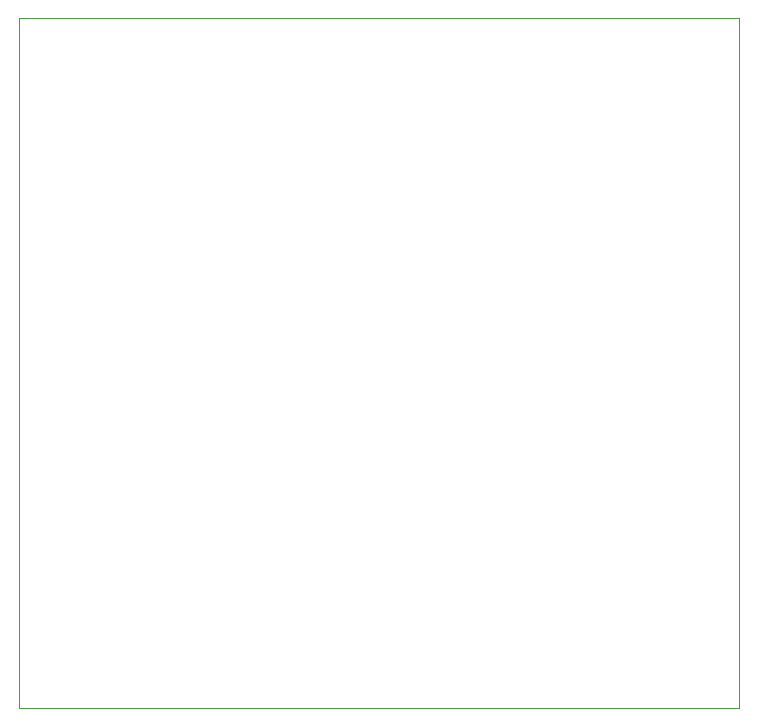
<source format=gbr>
G04 #@! TF.GenerationSoftware,KiCad,Pcbnew,(5.0.0)*
G04 #@! TF.CreationDate,2018-10-15T10:25:54+02:00*
G04 #@! TF.ProjectId,Amplificador_3W_TDA2822,416D706C6966696361646F725F33575F,rev?*
G04 #@! TF.SameCoordinates,Original*
G04 #@! TF.FileFunction,Profile,NP*
%FSLAX46Y46*%
G04 Gerber Fmt 4.6, Leading zero omitted, Abs format (unit mm)*
G04 Created by KiCad (PCBNEW (5.0.0)) date 10/15/18 10:25:54*
%MOMM*%
%LPD*%
G01*
G04 APERTURE LIST*
%ADD10C,0.100000*%
G04 APERTURE END LIST*
D10*
X110490000Y-115570000D02*
X110490000Y-57150000D01*
X171450000Y-115570000D02*
X110490000Y-115570000D01*
X171450000Y-57150000D02*
X171450000Y-115570000D01*
X110490000Y-57150000D02*
X171450000Y-57150000D01*
M02*

</source>
